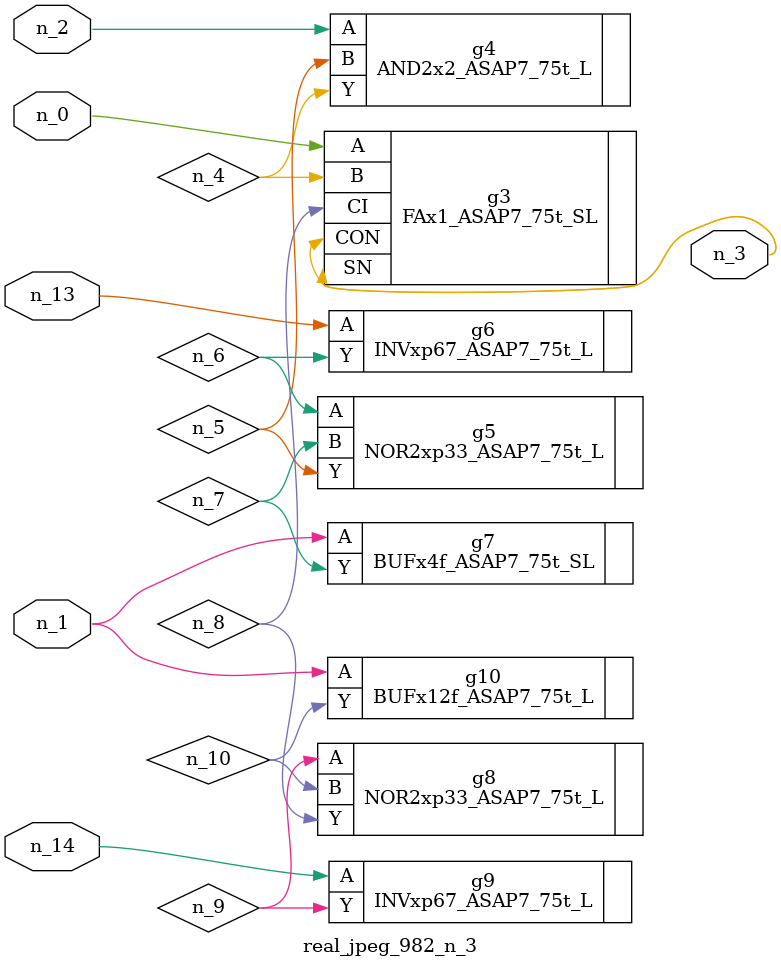
<source format=v>
module real_jpeg_982_n_3 (n_0, n_1, n_14, n_2, n_13, n_3);

input n_0;
input n_1;
input n_14;
input n_2;
input n_13;

output n_3;

wire n_5;
wire n_8;
wire n_4;
wire n_6;
wire n_7;
wire n_10;
wire n_9;

FAx1_ASAP7_75t_SL g3 ( 
.A(n_0),
.B(n_4),
.CI(n_8),
.CON(n_3),
.SN(n_3)
);

BUFx4f_ASAP7_75t_SL g7 ( 
.A(n_1),
.Y(n_7)
);

BUFx12f_ASAP7_75t_L g10 ( 
.A(n_1),
.Y(n_10)
);

AND2x2_ASAP7_75t_L g4 ( 
.A(n_2),
.B(n_5),
.Y(n_4)
);

NOR2xp33_ASAP7_75t_L g5 ( 
.A(n_6),
.B(n_7),
.Y(n_5)
);

NOR2xp33_ASAP7_75t_L g8 ( 
.A(n_9),
.B(n_10),
.Y(n_8)
);

INVxp67_ASAP7_75t_L g6 ( 
.A(n_13),
.Y(n_6)
);

INVxp67_ASAP7_75t_L g9 ( 
.A(n_14),
.Y(n_9)
);


endmodule
</source>
